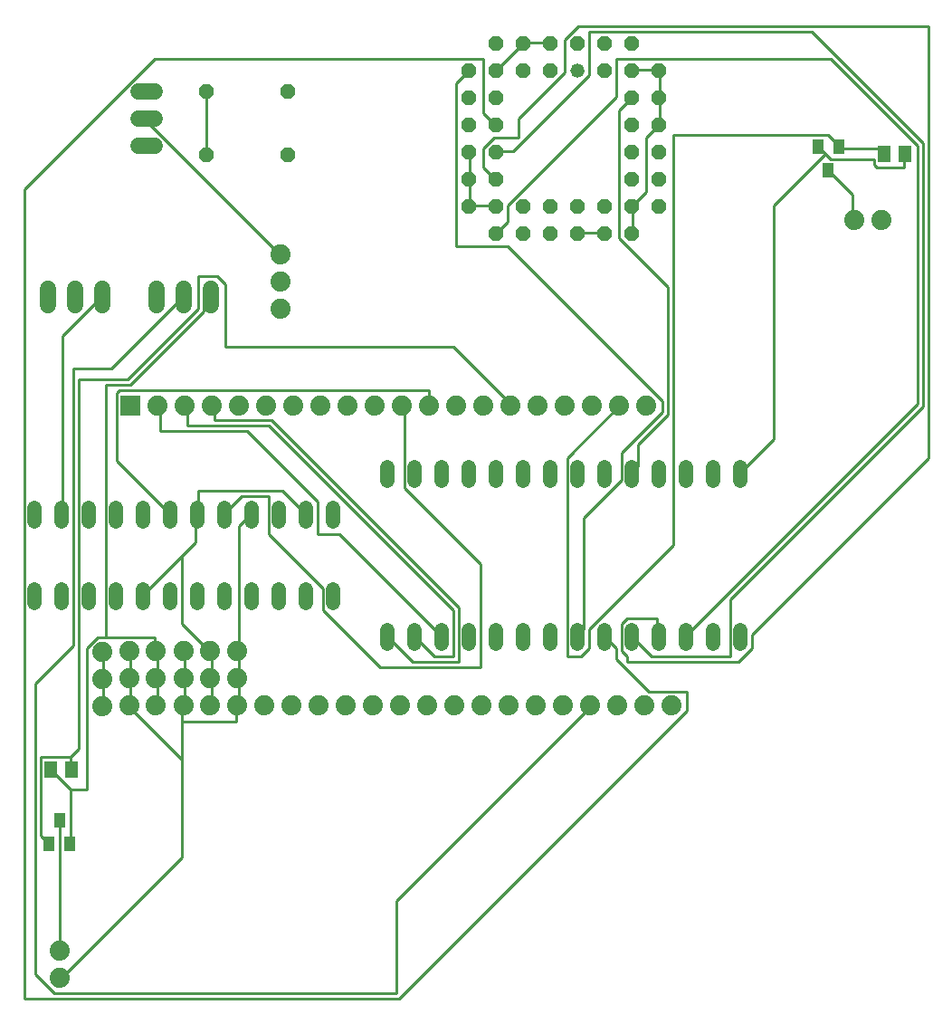
<source format=gtl>
G75*
G70*
%OFA0B0*%
%FSLAX24Y24*%
%IPPOS*%
%LPD*%
%AMOC8*
5,1,8,0,0,1.08239X$1,22.5*
%
%ADD10C,0.0740*%
%ADD11C,0.0520*%
%ADD12C,0.0520*%
%ADD13OC8,0.0520*%
%ADD14C,0.0600*%
%ADD15R,0.0394X0.0551*%
%ADD16R,0.0512X0.0630*%
%ADD17R,0.0740X0.0740*%
%ADD18C,0.0100*%
D10*
X002009Y008946D03*
X002009Y009946D03*
X003600Y018950D03*
X003600Y019950D03*
X003600Y020950D03*
X004600Y020998D03*
X004600Y019998D03*
X004600Y018998D03*
X005569Y018998D03*
X005569Y019998D03*
X005569Y020998D03*
X006584Y020998D03*
X007553Y020998D03*
X007553Y019998D03*
X006584Y019998D03*
X006584Y018998D03*
X007553Y018998D03*
X008569Y018998D03*
X008569Y019998D03*
X008569Y020998D03*
X009549Y018998D03*
X010549Y018998D03*
X011549Y018998D03*
X012549Y018998D03*
X013549Y018998D03*
X014549Y018998D03*
X015549Y018998D03*
X016549Y018998D03*
X017549Y018998D03*
X018549Y018998D03*
X019549Y018998D03*
X020549Y018998D03*
X021549Y018998D03*
X022549Y018998D03*
X023549Y018998D03*
X024549Y018998D03*
X023628Y030021D03*
X022628Y030021D03*
X021628Y030021D03*
X020628Y030021D03*
X019628Y030021D03*
X018628Y030021D03*
X017628Y030021D03*
X016628Y030021D03*
X015628Y030021D03*
X014628Y030021D03*
X013628Y030021D03*
X012628Y030021D03*
X011628Y030021D03*
X010628Y030021D03*
X009628Y030021D03*
X008628Y030021D03*
X007628Y030021D03*
X006628Y030021D03*
X005628Y030021D03*
X010163Y033569D03*
X010163Y034569D03*
X010163Y035569D03*
X031289Y036844D03*
X032289Y036844D03*
D11*
X027100Y027766D02*
X027100Y027246D01*
X026100Y027246D02*
X026100Y027766D01*
X025100Y027766D02*
X025100Y027246D01*
X024100Y027246D02*
X024100Y027766D01*
X023100Y027766D02*
X023100Y027246D01*
X022100Y027246D02*
X022100Y027766D01*
X021100Y027766D02*
X021100Y027246D01*
X020100Y027246D02*
X020100Y027766D01*
X019100Y027766D02*
X019100Y027246D01*
X018100Y027246D02*
X018100Y027766D01*
X017100Y027766D02*
X017100Y027246D01*
X016100Y027246D02*
X016100Y027766D01*
X015100Y027766D02*
X015100Y027246D01*
X014100Y027246D02*
X014100Y027766D01*
X012100Y026266D02*
X012100Y025746D01*
X011100Y025746D02*
X011100Y026266D01*
X010100Y026266D02*
X010100Y025746D01*
X009100Y025746D02*
X009100Y026266D01*
X008100Y026266D02*
X008100Y025746D01*
X007100Y025746D02*
X007100Y026266D01*
X006100Y026266D02*
X006100Y025746D01*
X005100Y025746D02*
X005100Y026266D01*
X004100Y026266D02*
X004100Y025746D01*
X003100Y025746D02*
X003100Y026266D01*
X002100Y026266D02*
X002100Y025746D01*
X001100Y025746D02*
X001100Y026266D01*
X001100Y023266D02*
X001100Y022746D01*
X002100Y022746D02*
X002100Y023266D01*
X003100Y023266D02*
X003100Y022746D01*
X004100Y022746D02*
X004100Y023266D01*
X005100Y023266D02*
X005100Y022746D01*
X006100Y022746D02*
X006100Y023266D01*
X007100Y023266D02*
X007100Y022746D01*
X008100Y022746D02*
X008100Y023266D01*
X009100Y023266D02*
X009100Y022746D01*
X010100Y022746D02*
X010100Y023266D01*
X011100Y023266D02*
X011100Y022746D01*
X012100Y022746D02*
X012100Y023266D01*
X014100Y021766D02*
X014100Y021246D01*
X015100Y021246D02*
X015100Y021766D01*
X016100Y021766D02*
X016100Y021246D01*
X017100Y021246D02*
X017100Y021766D01*
X018100Y021766D02*
X018100Y021246D01*
X019100Y021246D02*
X019100Y021766D01*
X020100Y021766D02*
X020100Y021246D01*
X021100Y021246D02*
X021100Y021766D01*
X022100Y021766D02*
X022100Y021246D01*
X023100Y021246D02*
X023100Y021766D01*
X024100Y021766D02*
X024100Y021246D01*
X025100Y021246D02*
X025100Y021766D01*
X026100Y021766D02*
X026100Y021246D01*
X027100Y021246D02*
X027100Y021766D01*
D12*
X021072Y042364D03*
D13*
X020072Y042364D03*
X020072Y043364D03*
X021072Y043364D03*
X022072Y043364D03*
X022072Y042364D03*
X023072Y042364D03*
X023072Y043364D03*
X024072Y042364D03*
X024072Y041364D03*
X024072Y040364D03*
X024072Y039364D03*
X024072Y038364D03*
X024072Y037364D03*
X023072Y037364D03*
X023072Y038364D03*
X023072Y039364D03*
X023072Y040364D03*
X023072Y041364D03*
X022072Y037364D03*
X021072Y037364D03*
X020072Y037364D03*
X019072Y037364D03*
X018072Y037364D03*
X018072Y038364D03*
X018072Y039364D03*
X018072Y040364D03*
X018072Y041364D03*
X018072Y042364D03*
X018072Y043364D03*
X019072Y043364D03*
X019072Y042364D03*
X017072Y042364D03*
X017072Y041364D03*
X017072Y040364D03*
X017072Y039364D03*
X017072Y038364D03*
X017072Y037364D03*
X018072Y036364D03*
X019072Y036364D03*
X020072Y036364D03*
X021072Y036364D03*
X022072Y036364D03*
X023072Y036364D03*
X010419Y039261D03*
X010419Y041580D03*
X007419Y041580D03*
X007419Y039261D03*
D14*
X005506Y039580D02*
X004906Y039580D01*
X004906Y040580D02*
X005506Y040580D01*
X005506Y041580D02*
X004906Y041580D01*
X005600Y034306D02*
X005600Y033706D01*
X006600Y033706D02*
X006600Y034306D01*
X007600Y034306D02*
X007600Y033706D01*
X003600Y033706D02*
X003600Y034306D01*
X002600Y034306D02*
X002600Y033706D01*
X001600Y033706D02*
X001600Y034306D01*
D15*
X002009Y014757D03*
X001635Y013891D03*
X002383Y013891D03*
X029962Y039537D03*
X030710Y039537D03*
X030336Y038671D03*
D16*
X032403Y039273D03*
X033151Y039273D03*
X002443Y016635D03*
X001694Y016635D03*
D17*
X004628Y030021D03*
D18*
X000706Y038000D02*
X000706Y008200D01*
X014506Y008200D01*
X025106Y018800D01*
X025106Y019500D01*
X023706Y019500D01*
X022506Y020700D01*
X022506Y021100D01*
X022106Y021500D01*
X022100Y021506D01*
X021506Y021800D02*
X021506Y021100D01*
X021206Y020800D01*
X020706Y020800D01*
X020706Y028100D01*
X022628Y030021D01*
X023306Y028600D02*
X024406Y029700D01*
X024406Y034400D01*
X022606Y036200D01*
X022606Y040900D01*
X023006Y041300D01*
X023072Y041364D01*
X022506Y041400D02*
X018506Y037400D01*
X018506Y036800D01*
X018106Y036400D01*
X018072Y036364D01*
X018506Y035900D02*
X016606Y035900D01*
X016606Y041900D01*
X017006Y042300D01*
X017072Y042364D01*
X017606Y042800D02*
X017606Y040800D01*
X018006Y040400D01*
X018072Y040364D01*
X018006Y039900D02*
X018906Y039900D01*
X018906Y040600D01*
X020606Y042300D01*
X020606Y043500D01*
X021106Y044000D01*
X034006Y044000D01*
X034006Y028100D01*
X027506Y021600D01*
X027506Y021100D01*
X027006Y020600D01*
X022906Y020600D01*
X022906Y020800D01*
X022706Y021000D01*
X022706Y022000D01*
X022906Y022200D01*
X024006Y022200D01*
X024006Y021600D01*
X024100Y021506D01*
X023806Y020800D02*
X026706Y020800D01*
X026706Y022900D01*
X033806Y030000D01*
X033806Y039700D01*
X029706Y043800D01*
X021506Y043800D01*
X021506Y042200D01*
X018706Y039400D01*
X018106Y039400D01*
X018072Y039364D01*
X017606Y039500D02*
X018006Y039900D01*
X017606Y039500D02*
X017606Y038800D01*
X018006Y038400D01*
X018072Y038364D01*
X018006Y037400D02*
X018072Y037364D01*
X018006Y037400D02*
X017106Y037400D01*
X017072Y037364D01*
X017106Y037400D02*
X017106Y038300D01*
X017072Y038364D01*
X017106Y038400D01*
X017106Y039300D01*
X017072Y039364D01*
X018072Y042364D02*
X018106Y042400D01*
X019006Y043300D01*
X019072Y043364D01*
X019106Y043400D01*
X020006Y043400D01*
X020072Y043364D01*
X022506Y042800D02*
X022506Y041400D01*
X023072Y042364D02*
X023106Y042400D01*
X024006Y042400D01*
X024072Y042364D01*
X024106Y042300D01*
X024106Y041400D01*
X024072Y041364D01*
X024106Y041300D01*
X024106Y040400D01*
X024072Y040364D01*
X024006Y040300D01*
X023606Y039900D01*
X023606Y037900D01*
X023106Y037400D01*
X023072Y037364D01*
X023106Y037300D01*
X023106Y036400D01*
X023072Y036364D01*
X022072Y036364D02*
X022006Y036400D01*
X021106Y036400D01*
X021072Y036364D01*
X018506Y035900D02*
X024206Y030200D01*
X024206Y029800D01*
X022706Y028300D01*
X022706Y027300D01*
X021306Y025900D01*
X021306Y021800D01*
X021106Y021600D01*
X021100Y021506D01*
X021506Y021800D02*
X024606Y024900D01*
X024606Y040000D01*
X030306Y040000D01*
X030706Y039600D01*
X030710Y039537D01*
X030806Y039500D01*
X032306Y039500D01*
X032306Y039300D01*
X032403Y039273D01*
X032006Y039100D02*
X032006Y038900D01*
X032106Y038800D01*
X033106Y038800D01*
X033106Y039200D01*
X033151Y039273D01*
X033606Y039600D02*
X030406Y042800D01*
X022506Y042800D01*
X017606Y042800D02*
X005506Y042800D01*
X000706Y038000D01*
X003506Y034000D02*
X003600Y034006D01*
X003506Y034000D02*
X002106Y032600D01*
X002106Y026100D01*
X002100Y026006D01*
X004106Y028000D02*
X004106Y030500D01*
X004206Y030600D01*
X015606Y030600D01*
X015606Y030100D01*
X015628Y030021D01*
X014706Y030000D02*
X014628Y030021D01*
X014706Y030000D02*
X014706Y027000D01*
X017506Y024200D01*
X017506Y020400D01*
X013806Y020400D01*
X011706Y022500D01*
X011706Y023300D01*
X009706Y025300D01*
X009706Y026700D01*
X008706Y026700D01*
X008106Y026100D01*
X008100Y026006D01*
X008606Y025600D02*
X008606Y021000D01*
X008569Y020998D01*
X008606Y020900D01*
X008606Y020000D01*
X008569Y019998D01*
X008606Y019900D01*
X008606Y019000D01*
X008569Y018998D01*
X008506Y018900D01*
X008506Y018400D01*
X006506Y018400D01*
X006506Y017000D01*
X004606Y018900D01*
X004600Y018998D01*
X004606Y019000D01*
X004606Y019900D01*
X004600Y019998D01*
X004606Y020000D01*
X004606Y020900D01*
X004600Y020998D01*
X005506Y021000D02*
X005569Y020998D01*
X005606Y020900D01*
X005606Y020000D01*
X005569Y019998D01*
X005606Y019900D01*
X005606Y019000D01*
X005569Y018998D01*
X006506Y018900D02*
X006506Y018400D01*
X006506Y018900D02*
X006584Y018998D01*
X006606Y019000D01*
X006606Y019900D01*
X006584Y019998D01*
X006606Y020000D01*
X006606Y020900D01*
X006584Y020998D01*
X007506Y021000D02*
X006506Y022000D01*
X006506Y024500D01*
X005106Y023100D01*
X005100Y023006D01*
X005506Y021500D02*
X005506Y021000D01*
X005506Y021500D02*
X003706Y021500D01*
X003706Y030800D01*
X004606Y030800D01*
X007306Y033500D01*
X007306Y033800D01*
X007506Y034000D01*
X007600Y034006D01*
X007106Y033600D02*
X004506Y031000D01*
X002706Y031000D01*
X002706Y017400D01*
X002406Y017100D01*
X002406Y016700D01*
X002443Y016635D01*
X002406Y017100D02*
X001306Y017100D01*
X001306Y014200D01*
X001606Y013900D01*
X001635Y013891D01*
X002006Y014700D02*
X002009Y014757D01*
X002006Y014700D02*
X002006Y010000D01*
X002009Y009946D01*
X002106Y009000D02*
X002009Y008946D01*
X002106Y009000D02*
X006506Y013400D01*
X006506Y017000D01*
X007553Y018998D02*
X007606Y019000D01*
X007606Y019900D01*
X007553Y019998D01*
X007606Y020000D01*
X007606Y020900D01*
X007553Y020998D01*
X007506Y021000D01*
X006506Y024500D02*
X007006Y025000D01*
X007006Y026000D01*
X007100Y026006D01*
X007106Y026100D01*
X007106Y026900D01*
X010206Y026900D01*
X011006Y026100D01*
X011100Y026006D01*
X011506Y026500D02*
X011506Y025300D01*
X012306Y025300D01*
X016006Y021600D01*
X016100Y021506D01*
X015806Y020800D02*
X016506Y020800D01*
X016506Y022500D01*
X009706Y029300D01*
X006706Y029300D01*
X006706Y030000D01*
X006628Y030021D01*
X005706Y030000D02*
X005706Y029100D01*
X008906Y029100D01*
X011506Y026500D01*
X009100Y026006D02*
X009006Y026000D01*
X008606Y025600D01*
X006100Y026006D02*
X006006Y026100D01*
X004106Y028000D01*
X005628Y030021D02*
X005706Y030000D01*
X003906Y031400D02*
X002506Y031400D01*
X002506Y021200D01*
X001106Y019800D01*
X001106Y009100D01*
X001806Y008400D01*
X014406Y008400D01*
X014406Y011800D01*
X021506Y018900D01*
X021549Y018998D01*
X023806Y020800D02*
X023106Y021500D01*
X023100Y021506D01*
X025100Y021506D02*
X025106Y021600D01*
X033606Y030100D01*
X033606Y039600D01*
X032006Y039100D02*
X030406Y039100D01*
X030206Y039300D01*
X028306Y037400D01*
X028306Y028800D01*
X027106Y027600D01*
X027100Y027506D01*
X023306Y027800D02*
X023306Y028600D01*
X023306Y027800D02*
X023106Y027600D01*
X023100Y027506D01*
X018628Y030021D02*
X018606Y030100D01*
X016506Y032200D01*
X008106Y032200D01*
X008106Y034500D01*
X007806Y034800D01*
X007106Y034800D01*
X007106Y033600D01*
X006600Y034006D02*
X006506Y034000D01*
X003906Y031400D01*
X007628Y030021D02*
X007706Y030000D01*
X007706Y029500D01*
X009806Y029500D01*
X016706Y022600D01*
X016706Y020600D01*
X015006Y020600D01*
X014106Y021500D01*
X014100Y021506D01*
X015100Y021506D02*
X015106Y021500D01*
X015806Y020800D01*
X010163Y035569D02*
X010106Y035600D01*
X005206Y040500D01*
X005206Y040580D01*
X007406Y041500D02*
X007406Y039300D01*
X007419Y039261D01*
X007406Y041500D02*
X007419Y041580D01*
X003706Y021500D02*
X003406Y021500D01*
X003006Y021100D01*
X003006Y015900D01*
X002406Y015900D01*
X001706Y016600D01*
X001694Y016635D01*
X002406Y015900D02*
X002406Y013900D01*
X002383Y013891D01*
X003600Y018950D02*
X003606Y019000D01*
X003606Y019900D01*
X003600Y019950D01*
X003606Y020000D01*
X003606Y020900D01*
X003600Y020950D01*
X029962Y039537D02*
X030006Y039500D01*
X030206Y039300D01*
X030336Y038671D02*
X030406Y038600D01*
X031206Y037800D01*
X031206Y036900D01*
X031289Y036844D01*
M02*

</source>
